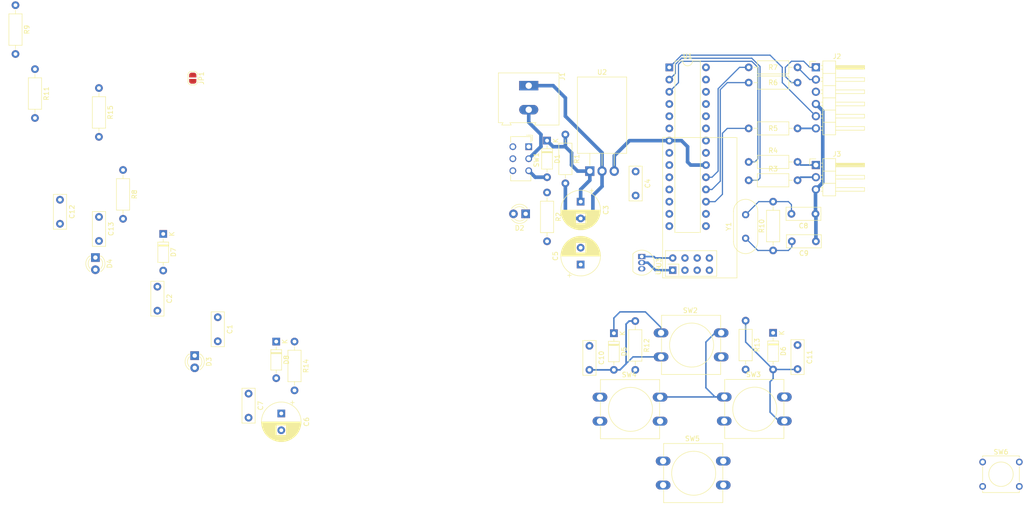
<source format=kicad_pcb>
(kicad_pcb (version 20211014) (generator pcbnew)
  (layers (0 "F.Cu" signal) (31 "B.Cu" signal) (34 "B.Paste" user) (35 "F.Paste" user) (36 "B.SilkS" user "B.Silkscreen") (37 "F.SilkS" user "F.Silkscreen") (38 "B.Mask" user) (39 "F.Mask" user) (44 "Edge.Cuts" user))
  (net 0 "")
  (net 1 "GND")
  (net 2 "+5V")
  (net 3 "Net-(C2-Pad2)")
  (net 4 "Net-(C3-Pad1)")
  (net 5 "+3V3")
  (net 6 "RESET")
  (net 7 "Net-(C8-Pad2)")
  (net 8 "Net-(C9-Pad2)")
  (net 9 "SW1")
  (net 10 "SW2")
  (net 11 "SW3")
  (net 12 "SW4")
  (net 13 "Net-(D1-Pad2)")
  (net 14 "Net-(D2-Pad2)")
  (net 15 "Net-(D3-Pad2)")
  (net 16 "Net-(D4-Pad2)")
  (net 17 "Net-(J1-Pad2)")
  (net 18 "PRG_MISO")
  (net 19 "PROG_SCK ")
  (net 20 "PRG_MOSI")
  (net 21 "DRX")
  (net 22 "DTX")
  (net 23 "/D2")
  (net 24 "NRF_IRQ")
  (net 25 "/D0")
  (net 26 "/D1")
  (net 27 "NRF_MOSI")
  (net 28 "NRF_MISO")
  (net 29 "NRF_SCK")
  (net 30 "/D3")
  (net 32 "/D8")
  (net 33 "NRF_CE")
  (net 34 "NRF_CSN")
  (net 35 "/A0")
  (net 36 "/A1")
  (net 37 "/A2")
  (net 38 "/A3")
  (net 39 "/A4")
  (net 40 "/A5")
  (footprint "LED_THT:LED_D3.0mm" (layer "F.Cu") (at 123.825 80.01 180)
    (fp_text reference "D2" (at 1.27 -2.96) (layer "F.SilkS"))
    (fp_text value "PW_LED")
    (pad "1" thru_hole rect (at 0 0 180) (size 1.8 1.8) (drill 0.9) (layers *.Cu *.Mask) (net 1 "GND"))
    (pad "2" thru_hole circle (at 2.54 0 180) (size 1.8 1.8) (drill 0.9) (layers *.Cu *.Mask) (net 14 "Net-(D2-Pad2)"))
  )
  (footprint "Capacitor_THT:C_Disc_D7.0mm_W2.5mm_P5.00mm" (layer "F.Cu") (at 137.08 107.475 -90)
    (fp_text reference "C10" (at 2.5 -2.5 90) (layer "F.SilkS"))
    (fp_text value "100nF")
    (pad "1" thru_hole circle (at 0 0 270) (size 1.6 1.6) (drill 0.8) (layers *.Cu *.Mask) (net 1 "GND"))
    (pad "2" thru_hole circle (at 5 0 270) (size 1.6 1.6) (drill 0.8) (layers *.Cu *.Mask) (net 9 "SW1"))
  )
  (footprint "Package_TO_SOT_THT:TO-92_Inline" (layer "F.Cu") (at 147.955 88.9 -90)
    (fp_text reference "U3" (at 1.27 -3.56 90) (layer "F.SilkS"))
    (fp_text value "L78L33_TO92")
    (pad "1" thru_hole rect (at 0 0 270) (size 1.05 1.5) (drill 0.75) (layers *.Cu *.Mask) (net 5 "+3V3"))
    (pad "2" thru_hole oval (at 1.27 0 270) (size 1.05 1.5) (drill 0.75) (layers *.Cu *.Mask) (net 1 "GND"))
    (pad "3" thru_hole oval (at 2.54 0 270) (size 1.05 1.5) (drill 0.75) (layers *.Cu *.Mask) (net 2 "+5V"))
  )
  (footprint "LED_THT:LED_D3.0mm" (layer "F.Cu") (at 55.025 109.512651 -90)
    (fp_text reference "D3" (at 1.27 -2.96 90) (layer "F.SilkS"))
    (fp_text value "Activity_LED")
    (pad "1" thru_hole rect (at 0 0 270) (size 1.8 1.8) (drill 0.9) (layers *.Cu *.Mask) (net 1 "GND"))
    (pad "2" thru_hole circle (at 2.54 0 270) (size 1.8 1.8) (drill 0.9) (layers *.Cu *.Mask) (net 15 "Net-(D3-Pad2)"))
  )
  (footprint "Capacitor_THT:C_Disc_D7.0mm_W2.5mm_P5.00mm" (layer "F.Cu") (at 184.15 85.725 180)
    (fp_text reference "C9" (at 2.5 -2.5) (layer "F.SilkS"))
    (fp_text value "22pF")
    (pad "1" thru_hole circle (at 0 0 180) (size 1.6 1.6) (drill 0.8) (layers *.Cu *.Mask) (net 1 "GND"))
    (pad "2" thru_hole circle (at 5 0 180) (size 1.6 1.6) (drill 0.8) (layers *.Cu *.Mask) (net 8 "Net-(C9-Pad2)"))
  )
  (footprint "Crystal:Crystal_HC18-U_Vertical" (layer "F.Cu") (at 169.545 85.09 90)
    (fp_text reference "Y1" (at 2.45 -3.525 90) (layer "F.SilkS"))
    (fp_text value "16MHz")
    (pad "1" thru_hole circle (at 0 0 90) (size 1.5 1.5) (drill 0.8) (layers *.Cu *.Mask) (net 8 "Net-(C9-Pad2)"))
    (pad "2" thru_hole circle (at 4.9 0 90) (size 1.5 1.5) (drill 0.8) (layers *.Cu *.Mask) (net 7 "Net-(C8-Pad2)"))
  )
  (footprint "Capacitor_THT:C_Disc_D7.0mm_W2.5mm_P5.00mm" (layer "F.Cu") (at 27.025 77.082651 -90)
    (fp_text reference "C12" (at 2.5 -2.5 90) (layer "F.SilkS"))
    (fp_text value "100nF")
    (pad "1" thru_hole circle (at 0 0 270) (size 1.6 1.6) (drill 0.8) (layers *.Cu *.Mask) (net 1 "GND"))
    (pad "2" thru_hole circle (at 5 0 270) (size 1.6 1.6) (drill 0.8) (layers *.Cu *.Mask) (net 11 "SW3"))
  )
  (footprint "Diode_THT:D_DO-35_SOD27_P7.62mm_Horizontal" (layer "F.Cu") (at 128.27 64.77 -90)
    (fp_text reference "D1" (at 3.81 -2.12 90) (layer "F.SilkS"))
    (fp_text value "1N4148")
    (fp_text user "K" (at 0 -1.8 90) (layer "F.SilkS"))
    (pad "1" thru_hole rect (at 0 0 270) (size 1.6 1.6) (drill 0.8) (layers *.Cu *.Mask) (net 4 "Net-(C3-Pad1)"))
    (pad "2" thru_hole oval (at 7.62 0 270) (size 1.6 1.6) (drill 0.8) (layers *.Cu *.Mask) (net 13 "Net-(D1-Pad2)"))
  )
  (footprint "Resistor_THT:R_Axial_DIN0207_L6.3mm_D2.5mm_P10.16mm_Horizontal" (layer "F.Cu") (at 132.08 63.5 -90)
    (fp_text reference "R1" (at 5.08 -2.37 90) (layer "F.SilkS"))
    (fp_text value "1M")
    (pad "1" thru_hole circle (at 0 0 270) (size 1.6 1.6) (drill 0.8) (layers *.Cu *.Mask) (net 4 "Net-(C3-Pad1)"))
    (pad "2" thru_hole oval (at 10.16 0 270) (size 1.6 1.6) (drill 0.8) (layers *.Cu *.Mask) (net 1 "GND"))
  )
  (footprint "Button_Switch_THT:SW_Tactile_Straight_KSL0Axx1LFTR" (layer "F.Cu") (at 218.815 131.645)
    (fp_text reference "SW6" (at 3.81 -2.08) (layer "F.SilkS"))
    (fp_text value "RST_SW")
    (pad "1" thru_hole circle (at 0 0) (size 1.397 1.397) (drill 0.8128) (layers *.Cu *.Mask) (net 6 "RESET"))
    (pad "1" thru_hole circle (at 7.62 0) (size 1.397 1.397) (drill 0.8128) (layers *.Cu *.Mask) (net 6 "RESET"))
    (pad "2" thru_hole circle (at 7.62 5.08) (size 1.397 1.397) (drill 0.8128) (layers *.Cu *.Mask) (net 6 "RESET"))
    (pad "2" thru_hole circle (at 0 5.08) (size 1.397 1.397) (drill 0.8128) (layers *.Cu *.Mask) (net 6 "RESET"))
  )
  (footprint "Button_Switch_THT:SW_PUSH-12mm" (layer "F.Cu") (at 151.965 104.775)
    (fp_text reference "SW2" (at 6.08 -4.66) (layer "F.SilkS"))
    (fp_text value "SW_Push")
    (pad "1" thru_hole oval (at 12.5 0) (size 3.048 1.85) (drill 1.3) (layers *.Cu *.Mask) (net 2 "+5V"))
    (pad "1" thru_hole oval (at 0 0) (size 3.048 1.85) (drill 1.3) (layers *.Cu *.Mask) (net 2 "+5V"))
    (pad "2" thru_hole oval (at 0 5) (size 3.048 1.85) (drill 1.3) (layers *.Cu *.Mask) (net 9 "SW1"))
    (pad "2" thru_hole oval (at 12.5 5) (size 3.048 1.85) (drill 1.3) (layers *.Cu *.Mask) (net 9 "SW1"))
  )
  (footprint "Button_Switch_THT:SW_PUSH-12mm" (layer "F.Cu") (at 139.265 118.15)
    (fp_text reference "SW4" (at 6.08 -4.66) (layer "F.SilkS"))
    (fp_text value "SW_Push")
    (pad "1" thru_hole oval (at 0 0) (size 3.048 1.85) (drill 1.3) (layers *.Cu *.Mask) (net 2 "+5V"))
    (pad "1" thru_hole oval (at 12.5 0) (size 3.048 1.85) (drill 1.3) (layers *.Cu *.Mask) (net 2 "+5V"))
    (pad "2" thru_hole oval (at 12.5 5) (size 3.048 1.85) (drill 1.3) (layers *.Cu *.Mask) (net 11 "SW3"))
    (pad "2" thru_hole oval (at 0 5) (size 3.048 1.85) (drill 1.3) (layers *.Cu *.Mask) (net 11 "SW3"))
  )
  (footprint "Resistor_THT:R_Axial_DIN0207_L6.3mm_D2.5mm_P10.16mm_Horizontal" (layer "F.Cu") (at 17.775 36.592651 -90)
    (fp_text reference "R9" (at 5.08 -2.37 90) (layer "F.SilkS"))
    (fp_text value "10k")
    (pad "1" thru_hole circle (at 0 0 270) (size 1.6 1.6) (drill 0.8) (layers *.Cu *.Mask) (net 2 "+5V"))
    (pad "2" thru_hole oval (at 10.16 0 270) (size 1.6 1.6) (drill 0.8) (layers *.Cu *.Mask) (net 6 "RESET"))
  )
  (footprint "Capacitor_THT:C_Disc_D7.0mm_W2.5mm_P5.00mm" (layer "F.Cu") (at 59.825 101.522651 -90)
    (fp_text reference "C1" (at 2.5 -2.5 90) (layer "F.SilkS"))
    (fp_text value "100nF")
    (pad "1" thru_hole circle (at 0 0 270) (size 1.6 1.6) (drill 0.8) (layers *.Cu *.Mask) (net 1 "GND"))
    (pad "2" thru_hole circle (at 5 0 270) (size 1.6 1.6) (drill 0.8) (layers *.Cu *.Mask) (net 2 "+5V"))
  )
  (footprint "Package_DIP:DIP-28_W7.62mm" (layer "F.Cu") (at 153.68 49.54)
    (fp_text reference "U1" (at 3.81 -2.33) (layer "F.SilkS"))
    (fp_text value "ATmega328P-P")
    (pad "1" thru_hole rect (at 0 0) (size 1.6 1.6) (drill 0.8) (layers *.Cu *.Mask) (net 6 "RESET"))
    (pad "2" thru_hole oval (at 0 2.54) (size 1.6 1.6) (drill 0.8) (layers *.Cu *.Mask) (net 25 "/D0"))
    (pad "3" thru_hole oval (at 0 5.08) (size 1.6 1.6) (drill 0.8) (layers *.Cu *.Mask) (net 26 "/D1"))
    (pad "4" thru_hole oval (at 0 7.62) (size 1.6 1.6) (drill 0.8) (layers *.Cu *.Mask) (net 23 "/D2"))
    (pad "5" thru_hole oval (at 0 10.16) (size 1.6 1.6) (drill 0.8) (layers *.Cu *.Mask) (net 30 "/D3"))
    (pad "6" thru_hole oval (at 0 12.7) (size 1.6 1.6) (drill 0.8) (layers *.Cu *.Mask) (net 9 "SW1"))
    (pad "7" thru_hole oval (at 0 15.24) (size 1.6 1.6) (drill 0.8) (layers *.Cu *.Mask) (net 2 "+5V"))
    (pad "8" thru_hole oval (at 0 17.78) (size 1.6 1.6) (drill 0.8) (layers *.Cu *.Mask) (net 1 "GND"))
    (pad "9" thru_hole oval (at 0 20.32) (size 1.6 1.6) (drill 0.8) (layers *.Cu *.Mask) (net 7 "Net-(C8-Pad2)"))
    (pad "10" thru_hole oval (at 0 22.86) (size 1.6 1.6) (drill 0.8) (layers *.Cu *.Mask) (net 8 "Net-(C9-Pad2)"))
    (pad "11" thru_hole oval (at 0 25.4) (size 1.6 1.6) (drill 0.8) (layers *.Cu *.Mask) (net 10 "SW2"))
    (pad "12" thru_hole oval (at 0 27.94) (size 1.6 1.6) (drill 0.8) (layers *.Cu *.Mask) (net 11 "SW3"))
    (pad "13" thru_hole oval (at 0 30.48) (size 1.6 1.6) (drill 0.8) (layers *.Cu *.Mask) (net 12 "SW4"))
    (pad "14" thru_hole oval (at 0 33.02) (size 1.6 1.6) (drill 0.8) (layers *.Cu *.Mask) (net 32 "/D8"))
    (pad "15" thru_hole oval (at 7.62 33.02) (size 1.6 1.6) (drill 0.8) (layers *.Cu *.Mask) (net 33 "NRF_CE"))
    (pad "16" thru_hole oval (at 7.62 30.48) (size 1.6 1.6) (drill 0.8) (layers *.Cu *.Mask) (net 34 "NRF_CSN"))
    (pad "17" thru_hole oval (at 7.62 27.94) (size 1.6 1.6) (drill 0.8) (layers *.Cu *.Mask) (net 27 "NRF_MOSI"))
    (pad "18" thru_hole oval (at 7.62 25.4) (size 1.6 1.6) (drill 0.8) (layers *.Cu *.Mask) (net 28 "NRF_MISO"))
    (pad "19" thru_hole oval (at 7.62 22.86) (size 1.6 1.6) (drill 0.8) (layers *.Cu *.Mask) (net 29 "NRF_SCK"))
    (pad "20" thru_hole oval (at 7.62 20.32) (size 1.6 1.6) (drill 0.8) (layers *.Cu *.Mask) (net 2 "+5V"))
    (pad "21" thru_hole oval (at 7.62 17.78) (size 1.6 1.6) (drill 0.8) (layers *.Cu *.Mask) (net 3 "Net-(C2-Pad2)"))
    (pad "22" thru_hole oval (at 7.62 15.24) (size 1.6 1.6) (drill 0.8) (layers *.Cu *.Mask) (net 1 "GND"))
    (pad "23" thru_hole oval (at 7.62 12.7) (size 1.6 1.6) (drill 0.8) (layers *.Cu *.Mask) (net 35 "/A0"))
    (pad "24" thru_hole oval (at 7.62 10.16) (size 1.6 1.6) (drill 0.8) (layers *.Cu *.Mask) (net 36 "/A1"))
    (pad "25" thru_hole oval (at 7.62 7.62) (size 1.6 1.6) (drill 0.8) (layers *.Cu *.Mask) (net 37 "/A2"))
    (pad "26" thru_hole oval (at 7.62 5.08) (size 1.6 1.6) (drill 0.8) (layers *.Cu *.Mask) (net 38 "/A3"))
    (pad "27" thru_hole oval (at 7.62 2.54) (size 1.6 1.6) (drill 0.8) (layers *.Cu *.Mask) (net 39 "/A4"))
    (pad "28" thru_hole oval (at 7.62 0) (size 1.6 1.6) (drill 0.8) (layers *.Cu *.Mask) (net 40 "/A5"))
  )
  (footprint "Capacitor_THT:CP_Radial_D8.0mm_P3.50mm" (layer "F.Cu") (at 73.025 121.537349 -90)
    (fp_text reference "C6" (at 1.75 -5.25 90) (layer "F.SilkS"))
    (fp_text value "10uF")
    (pad "1" thru_hole rect (at 0 0 270) (size 1.6 1.6) (drill 0.8) (layers *.Cu *.Mask) (net 5 "+3V3"))
    (pad "2" thru_hole circle (at 3.5 0 270) (size 1.6 1.6) (drill 0.8) (layers *.Cu *.Mask) (net 1 "GND"))
  )
  (footprint "Button_Switch_THT:SW_CuK_JS202011CQN_DPDT_Straight" (layer "F.Cu") (at 124.46 66.04 -90)
    (fp_text reference "SW1" (at 2.75 -1.6 90) (layer "F.SilkS"))
    (fp_text value "powerSW")
    (pad "1" thru_hole rect (at 0 0 270) (size 1.4 1.4) (drill 0.9) (layers *.Cu *.Mask))
    (pad "2" thru_hole circle (at 2.5 0 270) (size 1.4 1.4) (drill 0.9) (layers *.Cu *.Mask) (net 17 "Net-(J1-Pad2)"))
    (pad "3" thru_hole circle (at 5 0 270) (size 1.4 1.4) (drill 0.9) (layers *.Cu *.Mask) (net 13 "Net-(D1-Pad2)"))
    (pad "4" thru_hole circle (at 0 3.3 270) (size 1.4 1.4) (drill 0.9) (layers *.Cu *.Mask))
    (pad "5" thru_hole circle (at 2.5 3.3 270) (size 1.4 1.4) (drill 0.9) (layers *.Cu *.Mask))
    (pad "6" thru_hole circle (at 5 3.3 270) (size 1.4 1.4) (drill 0.9) (layers *.Cu *.Mask))
  )
  (footprint "RF_Module:nRF24L01_Breakout" (layer "F.Cu") (at 154.395 91.74 90)
    (fp_text reference "U4" (at 0 -3 90) (layer "F.SilkS"))
    (fp_text value "NRF24L01_Breakout")
    (pad "1" thru_hole rect (at 0 0 90) (size 1.524 1.524) (drill 0.762) (layers *.Cu *.Mask) (net 1 "GND"))
    (pad "2" thru_hole circle (at 2.54 0 90) (size 1.524 1.524) (drill 0.762) (layers *.Cu *.Mask) (net 5 "+3V3"))
    (pad "3" thru_hole circle (at 0 2.54 90) (size 1.524 1.524) (drill 0.762) (layers *.Cu *.Mask) (net 33 "NRF_CE"))
    (pad "4" thru_hole circle (at 2.54 2.54 90) (size 1.524 1.524) (drill 0.762) (layers *.Cu *.Mask) (net 34 "NRF_CSN"))
    (pad "5" thru_hole circle (at 0 5.08 90) (size 1.524 1.524) (drill 0.762) (layers *.Cu *.Mask) (net 29 "NRF_SCK"))
    (pad "6" thru_hole circle (at 2.54 5.08 90) (size 1.524 1.524) (drill 0.762) (layers *.Cu *.Mask) (net 27 "NRF_MOSI"))
    (pad "7" thru_hole circle (at 0 7.62 90) (size 1.524 1.524) (drill 0.762) (layers *.Cu *.Mask) (net 28 "NRF_MISO"))
    (pad "8" thru_hole circle (at 2.54 7.62 90) (size 1.524 1.524) (drill 0.762) (layers *.Cu *.Mask) (net 24 "NRF_IRQ"))
  )
  (footprint "Capacitor_THT:C_Disc_D7.0mm_W2.5mm_P5.00mm" (layer "F.Cu") (at 146.685 71.2 -90)
    (fp_text reference "C4" (at 2.5 -2.5 90) (layer "F.SilkS"))
    (fp_text value "100nF")
    (pad "1" thru_hole circle (at 0 0 270) (size 1.6 1.6) (drill 0.8) (layers *.Cu *.Mask) (net 2 "+5V"))
    (pad "2" thru_hole circle (at 5 0 270) (size 1.6 1.6) (drill 0.8) (layers *.Cu *.Mask) (net 1 "GND"))
  )
  (footprint "Connector_PinHeader_2.54mm:PinHeader_1x03_P2.54mm_Horizontal" (layer "F.Cu") (at 184.15 69.85)
    (fp_text reference "J3" (at 4.385 -2.27) (layer "F.SilkS"))
    (fp_text value "Conn_01x03")
    (pad "1" thru_hole rect (at 0 0) (size 1.7 1.7) (drill 1) (layers *.Cu *.Mask) (net 21 "DRX"))
    (pad "2" thru_hole oval (at 0 2.54) (size 1.7 1.7) (drill 1) (layers *.Cu *.Mask) (net 22 "DTX"))
    (pad "3" thru_hole oval (at 0 5.08) (size 1.7 1.7) (drill 1) (layers *.Cu *.Mask) (net 1 "GND"))
  )
  (footprint "Resistor_THT:R_Axial_DIN0207_L6.3mm_D2.5mm_P10.16mm_Horizontal" (layer "F.Cu") (at 40.135 70.882651 -90)
    (fp_text reference "R8" (at 5.08 -2.37 90) (layer "F.SilkS"))
    (fp_text value "330-1k")
    (pad "1" thru_hole circle (at 0 0 270) (size 1.6 1.6) (drill 0.8) (layers *.Cu *.Mask) (net 30 "/D3"))
    (pad "2" thru_hole oval (at 10.16 0 270) (size 1.6 1.6) (drill 0.8) (layers *.Cu *.Mask) (net 15 "Net-(D3-Pad2)"))
  )
  (footprint "Jumper:SolderJumper-2_P1.3mm_Open_RoundedPad1.0x1.5mm" (layer "F.Cu") (at 54.625 51.782651 -90)
    (fp_text reference "JP1" (at 0 -1.8 90) (layer "F.SilkS"))
    (fp_text value "IRQ enable")
    (pad "1" smd custom (at -0.65 0 270) (size 1 0.5) (layers "F.Cu" "F.Mask") (net 23 "/D2") (options (clearance outline) (anchor rect)) (primitives (gr_circle (center 0 0.25) (end 0.5 0.25) (width 0) (fill yes)) (gr_circle (center 0 -0.25) (end 0.5 -0.25) (width 0) (fill yes)) (gr_poly (pts (xy 0.5 0.75) (xy 0 0.75) (xy 0 -0.75) (xy 0.5 -0.75)) (width 0) (fill yes))))
    (pad "2" smd custom (at 0.65 0 270) (size 1 0.5) (layers "F.Cu" "F.Mask") (net 24 "NRF_IRQ") (options (clearance outline) (anchor rect)) (primitives (gr_circle (center 0 0.25) (end 0.5 0.25) (width 0) (fill yes)) (gr_circle (center 0 -0.25) (end 0.5 -0.25) (width 0) (fill yes)) (gr_poly (pts (xy 0 0.75) (xy -0.5 0.75) (xy -0.5 -0.75) (xy 0 -0.75)) (width 0) (fill yes))))
  )
  (footprint "Resistor_THT:R_Axial_DIN0207_L6.3mm_D2.5mm_P10.16mm_Horizontal" (layer "F.Cu") (at 170.18 62.23)
    (fp_text reference "R5" (at 5.08 0) (layer "F.SilkS"))
    (fp_text value "1k")
    (pad "1" thru_hole circle (at 0 0) (size 1.6 1.6) (drill 0.8) (layers *.Cu *.Mask) (net 27 "NRF_MOSI"))
    (pad "2" thru_hole oval (at 10.16 0) (size 1.6 1.6) (drill 0.8) (layers *.Cu *.Mask) (net 20 "PRG_MOSI"))
  )
  (footprint "Capacitor_THT:CP_Radial_D8.0mm_P3.50mm" (layer "F.Cu") (at 135.255 90.552651 90)
    (fp_text reference "C5" (at 1.75 -5.25 90) (layer "F.SilkS"))
    (fp_text value "10uF")
    (pad "1" thru_hole rect (at 0 0 90) (size 1.6 1.6) (drill 0.8) (layers *.Cu *.Mask) (net 2 "+5V"))
    (pad "2" thru_hole circle (at 3.5 0 90) (size 1.6 1.6) (drill 0.8) (layers *.Cu *.Mask) (net 1 "GND"))
  )
  (footprint "Resistor_THT:R_Axial_DIN0207_L6.3mm_D2.5mm_P10.16mm_Horizontal" (layer "F.Cu") (at 21.825 49.902651 -90)
    (fp_text reference "R11" (at 5.08 -2.37 90) (layer "F.SilkS"))
    (fp_text value "220-560")
    (pad "1" thru_hole circle (at 0 0 270) (size 1.6 1.6) (drill 0.8) (layers *.Cu *.Mask) (net 5 "+3V3"))
    (pad "2" thru_hole oval (at 10.16 0 270) (size 1.6 1.6) (drill 0.8) (layers *.Cu *.Mask) (net 16 "Net-(D4-Pad2)"))
  )
  (footprint "Capacitor_THT:C_Disc_D7.0mm_W2.5mm_P5.00mm" (layer "F.Cu") (at 184.07 80.01 180)
    (fp_text reference "C8" (at 2.5 -2.5) (layer "F.SilkS"))
    (fp_text value "22pF")
    (pad "1" thru_hole circle (at 0 0 180) (size 1.6 1.6) (drill 0.8) (layers *.Cu *.Mask) (net 1 "GND"))
    (pad "2" thru_hole circle (at 5 0 180) (size 1.6 1.6) (drill 0.8) (layers *.Cu *.Mask) (net 7 "Net-(C8-Pad2)"))
  )
  (footprint "Resistor_THT:R_Axial_DIN0207_L6.3mm_D2.5mm_P10.16mm_Horizontal" (layer "F.Cu") (at 175.26 87.63 90)
    (fp_text reference "R10" (at 5.08 -2.37 90) (layer "F.SilkS"))
    (fp_text value "1M")
    (pad "1" thru_hole circle (at 0 0 90) (size 1.6 1.6) (drill 0.8) (layers *.Cu *.Mask) (net 8 "Net-(C9-Pad2)"))
    (pad "2" thru_hole oval (at 10.16 0 90) (size 1.6 1.6) (drill 0.8) (layers *.Cu *.Mask) (net 7 "Net-(C8-Pad2)"))
  )
  (footprint "Diode_THT:D_DO-35_SOD27_P7.62mm_Horizontal" (layer "F.Cu") (at 175.26 104.775 -90)
    (fp_text reference "D6" (at 3.81 -2.12 90) (layer "F.SilkS"))
    (fp_text value "1N4148")
    (fp_text user "K" (at 0 -1.8 90) (layer "F.SilkS"))
    (pad "1" thru_hole rect (at 0 0 270) (size 1.6 1.6) (drill 0.8) (layers *.Cu *.Mask) (net 2 "+5V"))
    (pad "2" thru_hole oval (at 7.62 0 270) (size 1.6 1.6) (drill 0.8) (layers *.Cu *.Mask) (net 10 "SW2"))
  )
  (footprint "LED_THT:LED_D3.0mm" (layer "F.Cu") (at 34.385 89.102651 -90)
    (fp_text reference "D4" (at 1.27 -2.96 90) (layer "F.SilkS"))
    (fp_text value "PW_LED")
    (pad "1" thru_hole rect (at 0 0 270) (size 1.8 1.8) (drill 0.9) (layers *.Cu *.Mask) (net 1 "GND"))
    (pad "2" thru_hole circle (at 2.54 0 270) (size 1.8 1.8) (drill 0.9) (layers *.Cu *.Mask) (net 16 "Net-(D4-Pad2)"))
  )
  (footprint "Button_Switch_THT:SW_PUSH-12mm" (layer "F.Cu") (at 152.4 131.445)
    (fp_text reference "SW5" (at 6.08 -4.66) (layer "F.SilkS"))
    (fp_text value "SW_Push")
    (pad "1" thru_hole oval (at 0 0) (size 3.048 1.85) (drill 1.3) (layers *.Cu *.Mask) (net 2 "+5V"))
    (pad "1" thru_hole oval (at 12.5 0) (size 3.048 1.85) (drill 1.3) (layers *.Cu *.Mask) (net 2 "+5V"))
    (pad "2" thru_hole oval (at 12.5 5) (size 3.048 1.85) (drill 1.3) (layers *.Cu *.Mask) (net 12 "SW4"))
    (pad "2" thru_hole oval (at 0 5) (size 3.048 1.85) (drill 1.3) (layers *.Cu *.Mask) (net 12 "SW4"))
  )
  (footprint "Resistor_THT:R_Axial_DIN0207_L6.3mm_D2.5mm_P10.16mm_Horizontal" (layer "F.Cu") (at 170.18 52.705)
    (fp_text reference "R6" (at 5.08 0) (layer "F.SilkS"))
    (fp_text value "1k")
    (pad "1" thru_hole circle (at 0 0) (size 1.6 1.6) (drill 0.8) (layers *.Cu *.Mask) (net 28 "NRF_MISO"))
    (pad "2" thru_hole oval (at 10.16 0) (size 1.6 1.6) (drill 0.8) (layers *.Cu *.Mask) (net 18 "PRG_MISO"))
  )
  (footprint "TerminalBlock:TerminalBlock_Altech_AK300-2_P5.00mm" (layer "F.Cu") (at 124.46 53.34 -90)
    (fp_text reference "J1" (at -1.92 -6.99 90) (layer "F.SilkS"))
    (fp_text value "powerIn")
    (pad "1" thru_hole rect (at 0 0 270) (size 1.98 3.96) (drill 1.32) (layers *.Cu *.Mask) (net 1 "GND"))
    (pad "2" thru_hole oval (at 5 0 270) (size 1.98 3.96) (drill 1.32) (layers *.Cu *.Mask) (net 17 "Net-(J1-Pad2)"))
  )
  (footprint "Diode_THT:D_DO-35_SOD27_P7.62mm_Horizontal" (layer "F.Cu") (at 142.16 104.855 -90)
    (fp_text reference "D5" (at 3.81 -2.12 90) (layer "F.SilkS"))
    (fp_text value "1N4148")
    (fp_text user "K" (at 0 -1.8 90) (layer "F.SilkS"))
    (pad "1" thru_hole rect (at 0 0 270) (size 1.6 1.6) (drill 0.8) (layers *.Cu *.Mask) (net 2 "+5V"))
    (pad "2" thru_hole oval (at 7.62 0 270) (size 1.6 1.6) (drill 0.8) (layers *.Cu *.Mask) (net 9 "SW1"))
  )
  (footprint "Capacitor_THT:C_Disc_D7.0mm_W2.5mm_P5.00mm" (layer "F.Cu") (at 35.135 80.652651 -90)
    (fp_text reference "C13" (at 2.5 -2.5 90) (layer "F.SilkS"))
    (fp_text value "100nF")
    (pad "1" thru_hole circle (at 0 0 270) (size 1.6 1.6) (drill 0.8) (layers *.Cu *.Mask) (net 1 "GND"))
    (pad "2" thru_hole circle (at 5 0 270) (size 1.6 1.6) (drill 0.8) (layers *.Cu *.Mask) (net 12 "SW4"))
  )
  (footprint "Resistor_THT:R_Axial_DIN0207_L6.3mm_D2.5mm_P10.16mm_Horizontal" (layer "F.Cu") (at 169.545 102.235 -90)
    (fp_text reference "R13" (at 5.08 -2.37 90) (layer "F.SilkS"))
    (fp_text value "10k")
    (pad "1" thru_hole circle (at 0 0 270) (size 1.6 1.6) (drill 0.8) (layers *.Cu *.Mask) (net 10 "SW2"))
    (pad "2" thru_hole oval (at 10.16 0 270) (size 1.6 1.6) (drill 0.8) (layers *.Cu *.Mask) (net 1 "GND"))
  )
  (footprint "Capacitor_THT:C_Disc_D7.0mm_W2.5mm_P5.00mm" (layer "F.Cu") (at 47.275 95.162651 -90)
    (fp_text reference "C2" (at 2.5 -2.5 90) (layer "F.SilkS"))
    (fp_text value "100nF")
    (pad "1" thru_hole circle (at 0 0 270) (size 1.6 1.6) (drill 0.8) (layers *.Cu *.Mask) (net 1 "GND"))
    (pad "2" thru_hole circle (at 5 0 270) (size 1.6 1.6) (drill 0.8) (layers *.Cu *.Mask) (net 3 "Net-(C2-Pad2)"))
  )
  (footprint "Resistor_THT:R_Axial_DIN0207_L6.3mm_D2.5mm_P10.16mm_Horizontal" (layer "F.Cu") (at 146.605 102.315 -90)
    (fp_text reference "R12" (at 5.08 -2.37 90) (layer "F.SilkS"))
    (fp_text value "10k")
    (pad "1" thru_hole circle (at 0 0 270) (size 1.6 1.6) (drill 0.8) (layers *.Cu *.Mask) (net 9 "SW1"))
    (pad "2" thru_hole oval (at 10.16 0 270) (size 1.6 1.6) (drill 0.8) (layers *.Cu *.Mask) (net 1 "GND"))
  )
  (footprint "Resistor_THT:R_Axial_DIN0207_L6.3mm_D2.5mm_P10.16mm_Horizontal" (layer "F.Cu") (at 35.125 53.832651 -90)
    (fp_text reference "R15" (at 5.08 -2.37 90) (layer "F.SilkS"))
    (fp_text value "10k")
    (pad "1" thru_hole circle (at 0 0 270) (size 1.6 1.6) (drill 0.8) (layers *.Cu *.Mask) (net 12 "SW4"))
    (pad "2" thru_hole oval (at 10.16 0 270) (size 1.6 1.6) (drill 0.8) (layers *.Cu *.Mask) (net 1 "GND"))
  )
  (footprint "Capacitor_THT:CP_Radial_D8.0mm_P3.50mm" (layer "F.Cu") (at 135.255 77.47 -90)
    (fp_text reference "C3" (at 1.75 -5.25 90) (layer "F.SilkS"))
    (fp_text value "100uF")
    (pad "1" thru_hole rect (at 0 0 270) (size 1.6 1.6) (drill 0.8) (layers *.Cu *.Mask) (net 4 "Net-(C3-Pad1)"))
    (pad "2" thru_hole circle (at 3.5 0 270) (size 1.6 1.6) (drill 0.8) (layers *.Cu *.Mask) (net 1 "GND"))
  )
  (footprint "Capacitor_THT:C_Disc_D7.0mm_W2.5mm_P5.00mm" (layer "F.Cu") (at 180.34 107.315 -90)
    (fp_text reference "C11" (at 2.5 -2.5 90) (layer "F.SilkS"))
    (fp_text value "100nF")
    (pad "1" thru_hole circle (at 0 0 270) (size 1.6 1.6) (drill 0.8) (layers *.Cu *.Mask) (net 1 "GND"))
    (pad "2" thru_hole circle (at 5 0 270) (size 1.6 1.6) (drill 0.8) (layers *.Cu *.Mask) (net 10 "SW2"))
  )
  (footprint "Package_TO_SOT_THT:TO-220-3_Horizontal_TabDown" (layer "F.Cu") (at 137.16 71.12)
    (fp_text reference "U2" (at 2.54 -20.58) (layer "F.SilkS"))
    (fp_text value "L7805")
    (pad "" np_thru_hole oval (at 2.54 -16.66) (size 3.5 3.5) (drill 3.5) (layers *.Cu *.Mask))
    (pad "1" thru_hole rect (at 0 0) (size 1.905 2) (drill 1.1) (layers *.Cu *.Mask) (net 4 "Net-(C3-Pad1)"))
    (pad "2" thru_hole oval (at 2.54 0) (size 1.905 2) (drill 1.1) (layers *.Cu *.Mask) (net 1 "GND"))
    (pad "3" thru_hole oval (at 5.08 0) (size 1.905 2) (drill 1.1) (layers *.Cu *.Mask) (net 2 "+5V"))
  )
  (footprint "Connector_PinHeader_2.54mm:PinHeader_1x06_P2.54mm_Horizontal" (layer "F.Cu") (at 184.15 49.53)
    (fp_text reference "J2" (at 4.385 -2.27) (layer "F.SilkS"))
    (fp_text value "SPI programmer")
    (pad "1" thru_hole rect (at 0 0) (size 1.7 1.7) (drill 1) (layers *.Cu *.Mask) (net 18 "PRG_MISO"))
    (pad "2" thru_hole oval (at 0 2.54) (size 1.7 1.7) (drill 1) (layers *.Cu *.Mask) (net 19 "PROG_SCK "))
    (pad "3" thru_hole oval (at 0 5.08) (size 1.7 1.7) (drill 1) (layers *.Cu *.Mask) (net 2 "+5V"))
    (pad "4" thru_hole oval (at 0 7.62) (size 1.7 1.7) (drill 1) (layers *.Cu *.Mask) (net 1 "GND"))
    (pad "5" thru_hole oval (at 0 10.16) (size 1.7 1.7) (drill 1) (layers *.Cu *.Mask) (net 6 "RESET"))
    (pad "6" thru_hole oval (at 0 12.7) (size 1.7 1.7) (drill 1) (layers *.Cu *.Mask) (net 20 "PRG_MOSI"))
  )
  (footprint "Resistor_THT:R_Axial_DIN0207_L6.3mm_D2.5mm_P10.16mm_Horizontal" (layer "F.Cu") (at 170.18 69.215)
    (fp_text reference "R4" (at 5.08 -2.37) (layer "F.SilkS"))
    (fp_text value "1k")
    (pad "1" thru_hole circle (at 0 0) (size 1.6 1.6) (drill 0.8) (layers *.Cu *.Mask) (net 26 "/D1"))
    (pad "2" thru_hole oval (at 10.16 0) (size 1.6 1.6) (drill 0.8) (layers *.Cu *.Mask) (net 21 "DRX"))
  )
  (footprint "Diode_THT:D_DO-35_SOD27_P7.62mm_Horizontal" (layer "F.Cu") (at 71.975 106.582651 -90)
    (fp_text reference "D8" (at 3.81 -2.12 90) (layer "F.SilkS"))
    (fp_text value "1N4148")
    (fp_text user "K" (at 0 -1.8 90) (layer "F.SilkS"))
    (pad "1" thru_hole rect (at 0 0 270) (size 1.6 1.6) (drill 0.8) (layers *.Cu *.Mask) (net 2 "+5V"))
    (pad "2" thru_hole oval (at 7.62 0 270) (size 1.6 1.6) (drill 0.8) (layers *.Cu *.Mask) (net 12 "SW4"))
  )
  (footprint "Resistor_THT:R_Axial_DIN0207_L6.3mm_D2.5mm_P10.16mm_Horizontal" (layer "F.Cu") (at 170.18 49.53)
    (fp_text reference "R7" (at 5.08 0) (layer "F.SilkS"))
    (fp_text value "1k")
    (pad "1" thru_hole circle (at 0 0) (size 1.6 1.6) (drill 0.8) (layers *.Cu *.Mask) (net 29 "NRF_SCK"))
    (pad "2" thru_hole oval (at 10.16 0) (size 1.6 1.6) (drill 0.8) (layers *.Cu *.Mask) (net 19 "PROG_SCK "))
  )
  (footprint "Resistor_THT:R_Axial_DIN0207_L6.3mm_D2.5mm_P10.16mm_Horizontal" (layer "F.Cu") (at 170.18 73.025)
    (fp_text reference "R3" (at 5.08 -2.37) (layer "F.SilkS"))
    (fp_text value "1k")
    (pad "1" thru_hole circle (at 0 0) (size 1.6 1.6) (drill 0.8) (layers *.Cu *.Mask) (net 25 "/D0"))
    (pad "2" thru_hole oval (at 10.16 0) (size 1.6 1.6) (drill 0.8) (layers *.Cu *.Mask) (net 22 "DTX"))
  )
  (footprint "Resistor_THT:R_Axial_DIN0207_L6.3mm_D2.5mm_P10.16mm_Horizontal" (layer "F.Cu") (at 75.775 106.582651 -90)
    (fp_text reference "R14" (at 5.08 -2.37 90) (layer "F.SilkS"))
    (fp_text value "10k")
    (pad "1" thru_hole circle (at 0 0 270) (size 1.6 1.6) (drill 0.8) (layers *.Cu *.Mask) (net 11 "SW3"))
    (pad "2" thru_hole oval (at 10.16 0 270) (size 1.6 1.6) (drill 0.8) (layers *.Cu *.Mask) (net 1 "GND"))
  )
  (footprint "Diode_THT:D_DO-35_SOD27_P7.62mm_Horizontal" (layer "F.Cu") (at 48.485 84.192651 -90)
    (fp_text reference "D7" (at 3.81 -2.12 90) (layer "F.SilkS"))
    (fp_text value "1N4148")
    (fp_text user "K" (at 0 -1.8 90) (layer "F.SilkS"))
    (pad "1" thru_hole rect (at 0 0 270) (size 1.6 1.6) (drill 0.8) (layers *.Cu *.Mask) (net 2 "+5V"))
    (pad "2" thru_hole oval (at 7.62 0 270) (size 1.6 1.6) (drill 0.8) (layers *.Cu *.Mask) (net 11 "SW3"))
  )
  (footprint "Capacitor_THT:C_Disc_D7.0mm_W2.5mm_P5.00mm" (layer "F.Cu") (at 66.225 117.422651 -90)
    (fp_text reference "C7" (at 2.5 -2.5 90) (layer "F.SilkS"))
    (fp_text value "100nF")
    (pad "1" thru_hole circle (at 0 0 270) (size 1.6 1.6) (drill 0.8) (layers *.Cu *.Mask) (net 1 "GND"))
    (pad "2" thru_hole circle (at 5 0 270) (size 1.6 1.6) (drill 0.8) (layers *.Cu *.Mask) (net 6 "RESET"))
  )
  (footprint "Button_Switch_THT:SW_PUSH-12mm" (layer "F.Cu") (at 165.1 118.11)
    (fp_text reference "SW3" (at 6.08 -4.66) (layer "F.SilkS"))
    (fp_text value "SW_Push")
    (pad "1" thru_hole oval (at 12.5 0) (size 3.048 1.85) (drill 1.3) (layers *.Cu *.Mask) (net 2 "+5V"))
    (pad "1" thru_hole oval (at 0 0) (size 3.048 1.85) (drill 1.3) (layers *.Cu *.Mask) (net 2 "+5V"))
    (pad "2" thru_hole oval (at 12.5 5) (size 3.048 1.85) (drill 1.3) (layers *.Cu *.Mask) (net 10 "SW2"))
    (pad "2" thru_hole oval (at 0 5) (size 3.048 1.85) (drill 1.3) (layers *.Cu *.Mask) (net 10 "SW2"))
  )
  (footprint "Resistor_THT:R_Axial_DIN0207_L6.3mm_D2.5mm_P10.16mm_Horizontal" (layer "F.Cu") (at 128.27 75.565 -90)
    (fp_text reference "R2" (at 5.08 -2.37 90) (layer "F.SilkS"))
    (fp_text value "330-1k")
    (pad "1" thru_hole circle (at 0 0 270) (size 1.6 1.6) (drill 0.8) (layers *.Cu *.Mask) (net 2 "+5V"))
    (pad "2" thru_hole oval (at 10.16 0 270) (size 1.6 1.6) (drill 0.8) (layers *.Cu *.Mask) (net 14 "Net-(D2-Pad2)"))
  )
  (segment (start 139.7 71.12) (end 139.7 67.31) (width 0.75) (layer "B.Cu") (net 1))
  (segment (start 185.574511 73.505489) (end 185.574511 58.574511) (width 0.75) (layer "B.Cu") (net 1))
  (segment (start 137.795 79.375) (end 136.2 80.97) (width 0.75) (layer "B.Cu") (net 1))
  (segment (start 137.795 76.2) (end 137.795 79.375) (width 0.75) (layer "B.Cu") (net 1))
  (segment (start 185.574511 58.574511) (end 184.15 57.15) (width 0.75) (layer "B.Cu") (net 1))
  (segment (start 184.15 74.93) (end 185.574511 73.505489) (width 0.75) (layer "B.Cu") (net 1))
  (segment (start 139.7 67.31) (end 132.08 59.69) (width 0.75) (layer "B.Cu") (net 1))
  (segment (start 132.08 55.88) (end 129.54 53.34) (width 0.75) (layer "B.Cu") (net 1))
  (segment (start 184.07 75.01) (end 184.15 74.93) (width 0.75) (layer "B.Cu") (net 1))
  (segment (start 136.2 80.97) (end 135.255 80.97) (width 0.75) (layer "B.Cu") (net 1))
  (segment (start 129.54 53.34) (end 124.46 53.34) (width 0.75) (layer "B.Cu") (net 1))
  (segment (start 149.225 90.17) (end 147.955 90.17) (width 0.5) (layer "B.Cu") (net 1))
  (segment (start 150.795 91.74) (end 149.225 90.17) (width 0.5) (layer "B.Cu") (net 1))
  (segment (start 132.08 73.66) (end 132.08 79.375) (width 0.75) (layer "B.Cu") (net 1))
  (segment (start 132.08 59.69) (end 132.08 55.88) (width 0.75) (layer "B.Cu") (net 1))
  (segment (start 139.7 74.295) (end 137.795 76.2) (width 0.75) (layer "B.Cu") (net 1))
  (segment (start 184.15 80.09) (end 184.07 80.01) (width 0.75) (layer "B.Cu") (net 1))
  (segment (start 133.675 80.97) (end 135.255 80.97) (width 0.75) (layer "B.Cu") (net 1))
  (segment (start 184.07 80.01) (end 184.07 75.01) (width 0.75) (layer "B.Cu") (net 1))
  (segment (start 184.15 85.725) (end 184.15 80.09) (width 0.75) (layer "B.Cu") (net 1))
  (segment (start 132.08 79.375) (end 133.675 80.97) (width 0.75) (layer "B.Cu") (net 1))
  (segment (start 154.395 91.74) (end 150.795 91.74) (width 0.5) (layer "B.Cu") (net 1))
  (segment (start 139.7 71.12) (end 139.7 74.295) (width 0.75) (layer "B.Cu") (net 1))
  (segment (start 142.16 101.68) (end 143.43 100.41) (width 0.3) (layer "B.Cu") (net 2))
  (segment (start 157.48 66.04) (end 157.48 69.215) (width 0.75) (layer "B.Cu") (net 2))
  (segment (start 157.48 69.215) (end 158.125 69.86) (width 0.75) (layer "B.Cu") (net 2))
  (segment (start 142.24 71.12) (end 142.24 67.945) (width 0.75) (layer "B.Cu") (net 2))
  (segment (start 142.16 104.855) (end 142.16 101.68) (width 0.3) (layer "B.Cu") (net 2))
  (segment (start 151.965 103.665) (end 151.965 104.775) (width 0.3) (layer "B.Cu") (net 2))
  (segment (start 161.29 116.205) (end 161.29 106.68) (width 0.3) (layer "B.Cu") (net 2))
  (segment (start 158.125 69.86) (end 161.3 69.86) (width 0.75) (layer "B.Cu") (net 2))
  (segment (start 151.805 118.11) (end 151.765 118.15) (width 0.3) (layer "B.Cu") (net 2))
  (segment (start 163.195 104.775) (end 164.465 104.775) (width 0.3) (layer "B.Cu") (net 2))
  (segment (start 153.68 64.78) (end 156.22 64.78) (width 0.75) (layer "B.Cu") (net 2))
  (segment (start 145.405 64.78) (end 153.68 64.78) (width 0.75) (layer "B.Cu") (net 2))
  (segment (start 161.29 106.68) (end 163.195 104.775) (width 0.3) (layer "B.Cu") (net 2))
  (segment (start 165.1 118.11) (end 163.195 118.11) (width 0.3) (layer "B.Cu") (net 2))
  (segment (start 142.24 67.945) (end 145.405 64.78) (width 0.75) (layer "B.Cu") (net 2))
  (segment (start 148.71 100.41) (end 151.965 103.665) (width 0.3) (layer "B.Cu") (net 2))
  (segment (start 156.22 64.78) (end 157.48 66.04) (width 0.75) (layer "B.Cu") (net 2))
  (segment (start 163.195 118.11) (end 161.29 116.205) (width 0.3) (layer "B.Cu") (net 2))
  (segment (start 165.1 118.11) (end 151.805 118.11) (width 0.3) (layer "B.Cu") (net 2))
  (segment (start 143.43 100.41) (end 148.71 100.41) (width 0.3) (layer "B.Cu") (net 2))
  (segment (start 137.16 73.025) (end 135.255 74.93) (width 0.75) (layer "B.Cu") (net 4))
  (segment (start 132.08 66.04) (end 133.35 67.31) (width 0.75) (layer "B.Cu") (net 4))
  (segment (start 128.27 64.77) (end 129.54 66.04) (width 0.75) (layer "B.Cu") (net 4))
  (segment (start 132.08 63.5) (end 132.08 66.04) (width 0.75) (layer "B.Cu") (net 4))
  (segment (start 134.62 71.12) (end 133.35 69.85) (width 0.75) (layer "B.Cu") (net 4))
  (segment (start 129.54 66.04) (end 132.08 66.04) (width 0.75) (layer "B.Cu") (net 4))
  (segment (start 133.35 67.31) (end 133.35 69.85) (width 0.75) (layer "B.Cu") (net 4))
  (segment (start 135.255 74.93) (end 135.255 77.47) (width 0.75) (layer "B.Cu") (net 4))
  (segment (start 137.16 71.12) (end 137.16 73.025) (width 0.75) (layer "B.Cu") (net 4))
  (segment (start 137.16 71.12) (end 134.62 71.12) (width 0.75) (layer "B.Cu") (net 4))
  (segment (start 150.795 89.2) (end 150.495 88.9) (width 0.35) (layer "B.Cu") (net 5))
  (segment (start 150.495 88.9) (end 147.955 88.9) (width 0.35) (layer "B.Cu") (net 5))
  (segment (start 154.395 89.2) (end 150.795 89.2) (width 0.35) (layer "B.Cu") (net 5))
  (segment (start 177.165 52.705) (end 184.15 59.69) (width 0.25) (layer "B.Cu") (net 6))
  (segment (start 177.165 49.53) (end 177.165 52.705) (width 0.25) (layer "B.Cu") (net 6))
  (segment (start 156.23 46.99) (end 174.625 46.99) (width 0.25) (layer "B.Cu") (net 6))
  (segment (start 174.625 46.99) (end 177.165 49.53) (width 0.25) (layer "B.Cu") (net 6))
  (segment (start 153.68 49.54) (end 156.23 46.99) (width 0.25) (layer "B.Cu") (net 6))
  (segment (start 179.07 80.01) (end 179.07 78.105) (width 0.25) (layer "B.Cu") (net 7))
  (segment (start 172.265 77.47) (end 175.26 77.47) (width 0.25) (layer "B.Cu") (net 7))
  (segment (start 169.545 80.19) (end 172.265 77.47) (width 0.25) (layer "B.Cu") (net 7))
  (segment (start 178.435 77.47) (end 175.26 77.47) (width 0.25) (layer "B.Cu") (net 7))
  (segment (start 179.07 78.105) (end 178.435 77.47) (width 0.25) (layer "B.Cu") (net 7))
  (segment (start 172.085 87.63) (end 169.545 85.09) (width 0.25) (layer "B.Cu") (net 8))
  (segment (start 178.435 87.63) (end 175.26 87.63) (width 0.25) (layer "B.Cu") (net 8))
  (segment (start 172.085 87.63) (end 175.26 87.63) (width 0.25) (layer "B.Cu") (net 8))
  (segment (start 179.15 85.725) (end 179.15 86.915) (width 0.25) (layer "B.Cu") (net 8))
  (segment (start 179.15 86.915) (end 178.435 87.63) (width 0.25) (layer "B.Cu") (net 8))
  (segment (start 137.08 112.475) (end 142.16 112.475) (width 0.35) (layer "B.Cu") (net 9))
  (segment (start 145.335 102.315) (end 146.605 102.315) (width 0.35) (layer "B.Cu") (net 9))
  (segment (start 143.43 112.475) (end 144.7 111.205) (width 0.35) (layer "B.Cu") (net 9))
  (segment (start 146.13 109.775) (end 151.965 109.775) (width 0.3) (layer "B.Cu") (net 9))
  (segment (start 144.7 111.205) (end 144.7 102.95) (width 0.35) (layer "B.Cu") (net 9))
  (segment (start 144.7 102.95) (end 145.335 102.315) (width 0.35) (layer "B.Cu") (net 9))
  (segment (start 144.7 111.205) (end 146.13 109.775) (width 0.3) (layer "B.Cu") (net 9))
  (segment (start 142.16 112.475) (end 143.43 112.475) (width 0.35) (layer "B.Cu") (net 9))
  (segment (start 174.625 114.935) (end 175.26 114.3) (width 0.3) (layer "B.Cu") (net 10))
  (segment (start 174.625 121.285) (end 174.625 114.935) (width 0.3) (layer "B.Cu") (net 10))
  (segment (start 175.26 112.395) (end 180.26 112.395) (width 0.3) (layer "B.Cu") (net 10))
  (segment (start 175.26 112.395) (end 169.545 106.68) (width 0.3) (layer "B.Cu") (net 10))
  (segment (start 169.545 106.68) (end 169.545 102.235) (width 0.3) (layer "B.Cu") (net 10))
  (segment (start 180.26 112.395) (end 180.34 112.315) (width 0.3) (layer "B.Cu") (net 10))
  (segment (start 177.6 123.11) (end 176.45 123.11) (width 0.3) (layer "B.Cu") (net 10))
  (segment (start 180.34 112.315) (end 180.34 112.395) (width 0.3) (layer "B.Cu") (net 10))
  (segment (start 176.45 123.11) (end 174.625 121.285) (width 0.3) (layer "B.Cu") (net 10))
  (segment (start 175.26 114.3) (end 175.26 112.395) (width 0.3) (layer "B.Cu") (net 10))
  (segment (start 125.81 72.39) (end 124.46 71.04) (width 0.75) (layer "B.Cu") (net 13))
  (segment (start 125.81 72.39) (end 128.27 72.39) (width 0.75) (layer "B.Cu") (net 13))
  (segment (start 124.46 60.96) (end 127 63.5) (width 0.75) (layer "B.Cu") (net 17))
  (segment (start 126.96 66.04) (end 124.46 68.54) (width 0.75) (layer "B.Cu") (net 17))
  (segment (start 127 63.5) (end 127 66.04) (width 0.75) (layer "B.Cu") (net 17))
  (segment (start 127 66.04) (end 126.96 66.04) (width 0.75) (layer "B.Cu") (net 17))
  (segment (start 124.46 58.34) (end 124.46 60.96) (width 0.75) (layer "B.Cu") (net 17))
  (segment (start 177.8 51.435) (end 179.07 52.705) (width 0.25) (layer "B.Cu") (net 18))
  (segment (start 179.07 48.26) (end 177.8 49.53) (width 0.25) (layer "B.Cu") (net 18))
  (segment (start 184.15 49.53) (end 182.88 49.53) (width 0.25) (layer "B.Cu") (net 18))
  (segment (start 177.8 49.53) (end 177.8 51.435) (width 0.25) (layer "B.Cu") (net 18))
  (segment (start 182.88 49.53) (end 181.61 48.26) (width 0.25) (layer "B.Cu") (net 18))
  (segment (start 179.07 52.705) (end 180.34 52.705) (width 0.25) (layer "B.Cu") (net 18))
  (segment (start 181.61 48.26) (end 179.07 48.26) (width 0.25) (layer "B.Cu") (net 18))
  (segment (start 180.34 49.53) (end 182.88 52.07) (width 0.25) (layer "B.Cu") (net 19))
  (segment (start 182.88 52.07) (end 184.15 52.07) (width 0.25) (layer "B.Cu") (net 19))
  (segment (start 184.15 62.23) (end 180.34 62.23) (width 0.35) (layer "B.Cu") (net 20))
  (segment (start 184.15 69.85) (end 180.975 69.85) (width 0.35) (layer "B.Cu") (net 21))
  (segment (start 180.975 69.85) (end 180.34 69.215) (width 0.35) (layer "B.Cu") (net 21))
  (segment (start 184.15 72.39) (end 180.975 72.39) (width 0.35) (layer "B.Cu") (net 22))
  (segment (start 180.975 72.39) (end 180.34 73.025) (width 0.35) (layer "B.Cu") (net 22))
  (segment (start 153.68 52.08) (end 154.950359 50.809641) (width 0.25) (layer "B.Cu") (net 25))
  (segment (start 172.53452 72.57548) (end 172.085 73.025) (width 0.25) (layer "B.Cu") (net 25))
  (segment (start 170.804641 47.635359) (end 170.826076 47.635359) (width 0.25) (layer "B.Cu") (net 25))
  (segment (start 154.950359 48.905359) (end 156.220359 47.635359) (width 0.25) (layer "B.Cu") (net 25))
  (segment (start 156.220359 47.635359) (end 170.804641 47.635359) (width 0.25) (layer "B.Cu") (net 25))
  (segment (start 156.220359 47.635359) (end 156.230718 47.625) (width 0.25) (layer "B.Cu") (net 25))
  (segment (start 154.950359 50.809641) (end 154.950359 48.905359) (width 0.25) (layer "B.Cu") (net 25))
  (segment (start 172.085 73.025) (end 170.18 73.025) (width 0.25) (layer "B.Cu") (net 25))
  (segment (start 170.826076 47.635359) (end 172.53452 49.343803) (width 0.25) (layer "B.Cu") (net 25))
  (segment (start 172.53452 49.343803) (end 172.53452 72.57548) (width 0.25) (layer "B.Cu") (net 25))
  (segment (start 170.825718 48.270718) (end 172.085 49.53) (width 0.25) (layer "B.Cu") (net 26))
  (segment (start 153.68 54.62) (end 155.585718 52.714282) (width 0.25) (layer "B.Cu") (net 26))
  (segment (start 155.585718 48.905718) (end 156.220718 48.270718) (width 0.25) (layer "B.Cu") (net 26))
  (segment (start 171.45 69.215) (end 170.18 69.215) (width 0.25) (layer "B.Cu") (net 26))
  (segment (start 156.220718 48.270718) (end 170.825718 48.270718) (width 0.25) (layer "B.Cu") (net 26))
  (segment (start 155.585718 52.714282) (end 155.585718 48.905718) (width 0.25) (layer "B.Cu") (net 26))
  (segment (start 172.085 68.58) (end 171.45 69.215) (width 0.25) (layer "B.Cu") (net 26))
  (segment (start 172.085 49.53) (end 172.085 68.58) (width 0.25) (layer "B.Cu") (net 26))
  (segment (start 164.72904 63.23596) (end 164.72904 75.93596) (width 0.25) (layer "B.Cu") (net 27))
  (segment (start 164.72904 75.93596) (end 163.185 77.48) (width 0.25) (layer "B.Cu") (net 27))
  (segment (start 170.18 62.23) (end 165.735 62.23) (width 0.25) (layer "B.Cu") (net 27))
  (segment (start 163.185 77.48) (end 161.3 77.48) (width 0.25) (layer "B.Cu") (net 27))
  (segment (start 165.735 62.23) (end 164.72904 63.23596) (width 0.25) (layer "B.Cu") (net 27))
  (segment (start 164.27952 73.21048) (end 162.55 74.94) (width 0.25) (layer "B.Cu") (net 28))
  (segment (start 170.18 52.705) (end 165.735718 52.705) (width 0.25) (layer "B.Cu") (net 28))
  (segment (start 165.735718 52.705) (end 164.27952 54.161198) (width 0.25) (layer "B.Cu") (net 28))
  (segment (start 164.27952 54.161198) (end 164.27952 73.21048) (width 0.25) (layer "B.Cu") (net 28))
  (segment (start 162.55 74.94) (end 161.3 74.94) (width 0.25) (layer "B.Cu") (net 28))
  (segment (start 161.3 72.4) (end 162.55 72.4) (width 0.25) (layer "B.Cu") (net 29))
  (segment (start 168.275 49.53) (end 170.18 49.53) (width 0.25) (layer "B.Cu") (net 29))
  (segment (start 162.55 72.4) (end 163.83 71.12) (width 0.25) (layer "B.Cu") (net 29))
  (segment (start 163.83 71.12) (end 163.83 53.975) (width 0.25) (layer "B.Cu") (net 29))
  (segment (start 163.83 53.975) (end 168.275 49.53) (width 0.25) (layer "B.Cu") (net 29))
)
</source>
